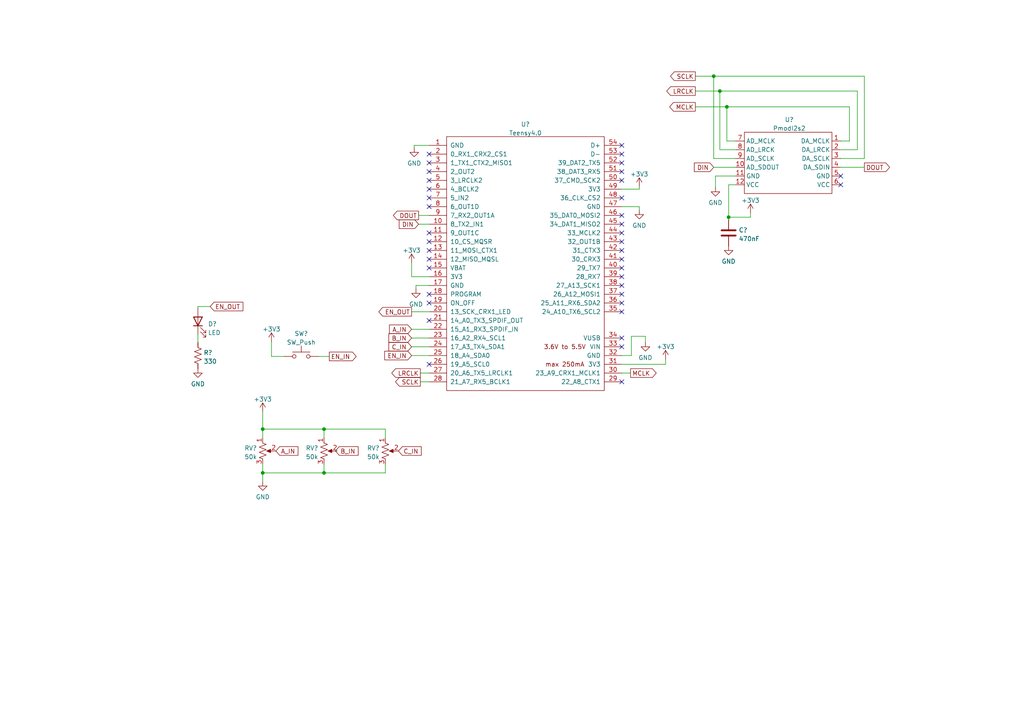
<source format=kicad_sch>
(kicad_sch (version 20211123) (generator eeschema)
  (paper "A4")
  (lib_symbols
    (symbol "Device:C" (pin_numbers hide) (pin_names (offset 0.254))
      (property "Reference" "C" (at 0.635 2.54 0))
      (property "Value" "C" (at 0.635 -2.54 0))
      (symbol "C_0_1"
        (polyline (pts (xy -2.032 -0.762) (xy 2.032 -0.762)) (stroke (width 0.508)))
        (polyline (pts (xy -2.032 0.762) (xy 2.032 0.762)) (stroke (width 0.508)))
      )
      (symbol "C_1_1"
        (pin passive line (at 0 3.81 270) (length 2.794) (name "~") (number "1"))
        (pin passive line (at 0 -3.81 90) (length 2.794) (name "~") (number "2"))
      )
    )
    (symbol "Device:LED" (pin_numbers hide) (pin_names (offset 1.016) hide)
      (property "Reference" "D" (at 0 2.54 0))
      (property "Value" "LED" (at 0 -2.54 0))
      (symbol "LED_0_1"
        (polyline (pts (xy -1.27 -1.27) (xy -1.27 1.27)) (stroke (width 0.254)))
        (polyline (pts (xy -1.27 0) (xy 1.27 0)))
        (polyline (pts (xy 1.27 -1.27) (xy 1.27 1.27) (xy -1.27 0) (xy 1.27 -1.27)) (stroke (width 0.254)))
        (polyline (pts (xy -3.048 -0.762) (xy -4.572 -2.286) (xy -3.81 -2.286) (xy -4.572 -2.286) (xy -4.572 -1.524)))
        (polyline (pts (xy -1.778 -0.762) (xy -3.302 -2.286) (xy -2.54 -2.286) (xy -3.302 -2.286) (xy -3.302 -1.524)))
      )
      (symbol "LED_1_1"
        (pin passive line (at -3.81 0 0) (length 2.54) (name "K") (number "1"))
        (pin passive line (at 3.81 0 180) (length 2.54) (name "A") (number "2"))
      )
    )
    (symbol "Device:R_Potentiometer_US" (pin_names (offset 1.016) hide)
      (property "Reference" "RV" (at -4.445 0 90))
      (property "Value" "R_Potentiometer_US" (at -2.54 0 90))
      (symbol "R_Potentiometer_US_0_1"
        (polyline (pts (xy 0 -2.286) (xy 0 -2.54)))
        (polyline (pts (xy 0 2.54) (xy 0 2.286)))
        (polyline (pts (xy 2.54 0) (xy 1.524 0)))
        (polyline (pts (xy 1.143 0) (xy 2.286 0.508) (xy 2.286 -0.508) (xy 1.143 0)) (fill (type outline)))
        (polyline (pts (xy 0 -0.762) (xy 1.016 -1.143) (xy 0 -1.524) (xy -1.016 -1.905) (xy 0 -2.286)))
        (polyline (pts (xy 0 0.762) (xy 1.016 0.381) (xy 0 0) (xy -1.016 -0.381) (xy 0 -0.762)))
        (polyline (pts (xy 0 2.286) (xy 1.016 1.905) (xy 0 1.524) (xy -1.016 1.143) (xy 0 0.762)))
      )
      (symbol "R_Potentiometer_US_1_1"
        (pin passive line (at 0 3.81 270) (length 1.27) (name "1") (number "1"))
        (pin passive line (at 3.81 0 180) (length 1.27) (name "2") (number "2"))
        (pin passive line (at 0 -3.81 90) (length 1.27) (name "3") (number "3"))
      )
    )
    (symbol "Device:R_US" (pin_numbers hide) (pin_names (offset 0))
      (property "Reference" "R" (at 2.54 0 90))
      (property "Value" "R_US" (at -2.54 0 90))
      (symbol "R_US_0_1"
        (polyline (pts (xy 0 -2.286) (xy 0 -2.54)))
        (polyline (pts (xy 0 2.286) (xy 0 2.54)))
        (polyline (pts (xy 0 -0.762) (xy 1.016 -1.143) (xy 0 -1.524) (xy -1.016 -1.905) (xy 0 -2.286)))
        (polyline (pts (xy 0 0.762) (xy 1.016 0.381) (xy 0 0) (xy -1.016 -0.381) (xy 0 -0.762)))
        (polyline (pts (xy 0 2.286) (xy 1.016 1.905) (xy 0 1.524) (xy -1.016 1.143) (xy 0 0.762)))
      )
      (symbol "R_US_1_1"
        (pin passive line (at 0 3.81 270) (length 1.27) (name "~") (number "1"))
        (pin passive line (at 0 -3.81 90) (length 1.27) (name "~") (number "2"))
      )
    )
    (symbol "GuitarFx:PmodI2s2"
      (property "Reference" "U" (at 0 11.684 0))
      (property "Value" "PmodI2s2" (at 0.254 -8.636 0))
      (symbol "PmodI2s2_0_1"
        (rectangle (start -12.7 10.16) (end 12.7 -7.62) (stroke (width 0.1524)))
      )
      (symbol "PmodI2s2_1_1"
        (pin output line (at 15.24 7.62 180) (length 2.54) (name "DA_MCLK") (number "1"))
        (pin output line (at -15.24 0 0) (length 2.54) (name "AD_SDOUT") (number "10"))
        (pin power_out line (at -15.24 -2.54 0) (length 2.54) (name "GND") (number "11"))
        (pin power_in line (at -15.24 -5.08 0) (length 2.54) (name "VCC") (number "12"))
        (pin output line (at 15.24 5.08 180) (length 2.54) (name "DA_LRCK") (number "2"))
        (pin output line (at 15.24 2.54 180) (length 2.54) (name "DA_SCLK") (number "3"))
        (pin output line (at 15.24 0 180) (length 2.54) (name "DA_SDIN") (number "4"))
        (pin power_out line (at 15.24 -2.54 180) (length 2.54) (name "GND") (number "5"))
        (pin power_in line (at 15.24 -5.08 180) (length 2.54) (name "VCC") (number "6"))
        (pin output line (at -15.24 7.62 0) (length 2.54) (name "AD_MCLK") (number "7"))
        (pin output line (at -15.24 5.08 0) (length 2.54) (name "AD_LRCK") (number "8"))
        (pin output line (at -15.24 2.54 0) (length 2.54) (name "AD_SCLK") (number "9"))
      )
    )
    (symbol "Switch:SW_Push" (pin_numbers hide) (pin_names (offset 1.016) hide)
      (property "Reference" "SW" (at 1.27 2.54 0))
      (property "Value" "SW_Push" (at 0 -1.524 0))
      (symbol "SW_Push_0_1"
        (circle (center -2.032 0) (radius 0.508))
        (polyline (pts (xy 0 1.27) (xy 0 3.048)))
        (polyline (pts (xy 2.54 1.27) (xy -2.54 1.27)))
        (circle (center 2.032 0) (radius 0.508))
        (pin passive line (at -5.08 0 0) (length 2.54) (name "1") (number "1"))
        (pin passive line (at 5.08 0 180) (length 2.54) (name "2") (number "2"))
      )
    )
    (symbol "power:+3V3" (power) (pin_names (offset 0))
      (property "Value" "+3V3" (at 0 3.556 0))
      (symbol "+3V3_0_1"
        (polyline (pts (xy -0.762 1.27) (xy 0 2.54)))
        (polyline (pts (xy 0 0) (xy 0 2.54)))
        (polyline (pts (xy 0 2.54) (xy 0.762 1.27)))
      )
      (symbol "+3V3_1_1"
        (pin power_in line (at 0 0 90) (length 0) hide (name "+3V3") (number "1"))
      )
    )
    (symbol "power:GND" (power) (pin_names (offset 0))
      (property "Value" "GND" (at 0 -3.81 0))
      (symbol "GND_0_1"
        (polyline (pts (xy 0 0) (xy 0 -1.27) (xy 1.27 -1.27) (xy 0 -2.54) (xy -1.27 -1.27) (xy 0 -1.27)))
      )
      (symbol "GND_1_1"
        (pin power_in line (at 0 0 270) (length 0) hide (name "GND") (number "1"))
      )
    )
    (symbol "teensy:Teensy4.0" (pin_names (offset 1.016))
      (property "Reference" "U" (at 0 39.37 0))
      (property "Value" "Teensy4.0" (at 0 -39.37 0))
      (symbol "Teensy4.0_0_0"
        (text "3.6V to 5.5V" (at 11.43 -24.13 0) (effects (font (size 1.27 1.27))))
        (text "max 250mA" (at 11.43 -29.21 0) (effects (font (size 1.27 1.27))))
        (pin bidirectional line (at -27.94 11.43 0) (length 5.08) (name "8_TX2_IN1") (number "10"))
        (pin bidirectional line (at -27.94 8.89 0) (length 5.08) (name "9_OUT1C") (number "11"))
        (pin bidirectional line (at -27.94 6.35 0) (length 5.08) (name "10_CS_MQSR") (number "12"))
        (pin bidirectional line (at -27.94 3.81 0) (length 5.08) (name "11_MOSI_CTX1") (number "13"))
        (pin bidirectional line (at -27.94 1.27 0) (length 5.08) (name "12_MISO_MQSL") (number "14"))
        (pin power_in line (at -27.94 -1.27 0) (length 5.08) (name "VBAT") (number "15"))
        (pin power_in line (at -27.94 -3.81 0) (length 5.08) (name "3V3") (number "16"))
        (pin power_in line (at -27.94 -6.35 0) (length 5.08) (name "GND") (number "17"))
        (pin input line (at -27.94 -8.89 0) (length 5.08) (name "PROGRAM") (number "18"))
        (pin input line (at -27.94 -11.43 0) (length 5.08) (name "ON_OFF") (number "19"))
        (pin bidirectional line (at -27.94 -13.97 0) (length 5.08) (name "13_SCK_CRX1_LED") (number "20"))
        (pin bidirectional line (at -27.94 -16.51 0) (length 5.08) (name "14_A0_TX3_SPDIF_OUT") (number "21"))
        (pin bidirectional line (at -27.94 -19.05 0) (length 5.08) (name "15_A1_RX3_SPDIF_IN") (number "22"))
        (pin bidirectional line (at -27.94 -21.59 0) (length 5.08) (name "16_A2_RX4_SCL1") (number "23"))
        (pin bidirectional line (at -27.94 -24.13 0) (length 5.08) (name "17_A3_TX4_SDA1") (number "24"))
        (pin bidirectional line (at -27.94 -26.67 0) (length 5.08) (name "18_A4_SDA0") (number "25"))
        (pin bidirectional line (at -27.94 -29.21 0) (length 5.08) (name "19_A5_SCL0") (number "26"))
        (pin bidirectional line (at -27.94 -31.75 0) (length 5.08) (name "20_A6_TX5_LRCLK1") (number "27"))
        (pin bidirectional line (at -27.94 -34.29 0) (length 5.08) (name "21_A7_RX5_BCLK1") (number "28"))
        (pin bidirectional line (at 27.94 -34.29 180) (length 5.08) (name "22_A8_CTX1") (number "29"))
        (pin bidirectional line (at 27.94 -31.75 180) (length 5.08) (name "23_A9_CRX1_MCLK1") (number "30"))
        (pin power_out line (at 27.94 -29.21 180) (length 5.08) (name "3V3") (number "31"))
        (pin power_in line (at 27.94 -26.67 180) (length 5.08) (name "GND") (number "32"))
        (pin power_in line (at 27.94 -24.13 180) (length 5.08) (name "VIN") (number "33"))
        (pin power_out line (at 27.94 -21.59 180) (length 5.08) (name "VUSB") (number "34"))
        (pin bidirectional line (at 27.94 -13.97 180) (length 5.08) (name "24_A10_TX6_SCL2") (number "35"))
        (pin bidirectional line (at 27.94 -11.43 180) (length 5.08) (name "25_A11_RX6_SDA2") (number "36"))
        (pin bidirectional line (at 27.94 -8.89 180) (length 5.08) (name "26_A12_MOSI1") (number "37"))
        (pin bidirectional line (at 27.94 -6.35 180) (length 5.08) (name "27_A13_SCK1") (number "38"))
        (pin bidirectional line (at 27.94 -3.81 180) (length 5.08) (name "28_RX7") (number "39"))
        (pin bidirectional line (at 27.94 -1.27 180) (length 5.08) (name "29_TX7") (number "40"))
        (pin bidirectional line (at 27.94 1.27 180) (length 5.08) (name "30_CRX3") (number "41"))
        (pin bidirectional line (at 27.94 3.81 180) (length 5.08) (name "31_CTX3") (number "42"))
        (pin bidirectional line (at 27.94 6.35 180) (length 5.08) (name "32_OUT1B") (number "43"))
        (pin bidirectional line (at 27.94 8.89 180) (length 5.08) (name "33_MCLK2") (number "44"))
        (pin bidirectional line (at 27.94 11.43 180) (length 5.08) (name "34_DAT1_MISO2") (number "45"))
        (pin bidirectional line (at 27.94 13.97 180) (length 5.08) (name "35_DAT0_MOSI2") (number "46"))
        (pin power_out line (at 27.94 16.51 180) (length 5.08) (name "GND") (number "47"))
        (pin bidirectional line (at 27.94 19.05 180) (length 5.08) (name "36_CLK_CS2") (number "48"))
        (pin power_out line (at 27.94 21.59 180) (length 5.08) (name "3V3") (number "49"))
        (pin bidirectional line (at -27.94 24.13 0) (length 5.08) (name "3_LRCLK2") (number "5"))
        (pin bidirectional line (at 27.94 24.13 180) (length 5.08) (name "37_CMD_SCK2") (number "50"))
        (pin bidirectional line (at 27.94 26.67 180) (length 5.08) (name "38_DAT3_RX5") (number "51"))
        (pin bidirectional line (at 27.94 29.21 180) (length 5.08) (name "39_DAT2_TX5") (number "52"))
        (pin bidirectional line (at 27.94 31.75 180) (length 5.08) (name "D-") (number "53"))
        (pin bidirectional line (at 27.94 34.29 180) (length 5.08) (name "D+") (number "54"))
        (pin bidirectional line (at -27.94 21.59 0) (length 5.08) (name "4_BCLK2") (number "6"))
        (pin bidirectional line (at -27.94 19.05 0) (length 5.08) (name "5_IN2") (number "7"))
        (pin bidirectional line (at -27.94 16.51 0) (length 5.08) (name "6_OUT1D") (number "8"))
        (pin bidirectional line (at -27.94 13.97 0) (length 5.08) (name "7_RX2_OUT1A") (number "9"))
      )
      (symbol "Teensy4.0_0_1"
        (rectangle (start -22.86 36.83) (end 22.86 -36.83))
        (rectangle (start -20.32 -31.75) (end -20.32 -31.75))
      )
      (symbol "Teensy4.0_1_1"
        (pin power_in line (at -27.94 34.29 0) (length 5.08) (name "GND") (number "1"))
        (pin bidirectional line (at -27.94 31.75 0) (length 5.08) (name "0_RX1_CRX2_CS1") (number "2"))
        (pin bidirectional line (at -27.94 29.21 0) (length 5.08) (name "1_TX1_CTX2_MISO1") (number "3"))
        (pin bidirectional line (at -27.94 26.67 0) (length 5.08) (name "2_OUT2") (number "4"))
      )
    )
  )
  (junction (at 210.82 30.988))
  (junction (at 207.01 22.098))
  (junction (at 93.98 137.16))
  (junction (at 208.788 26.416))
  (junction (at 211.328 62.992))
  (junction (at 76.2 124.46))
  (junction (at 93.98 124.46))
  (junction (at 76.2 137.16))
  (no_connect (at 180.34 49.784))
  (no_connect (at 180.34 110.744))
  (no_connect (at 180.34 65.024))
  (no_connect (at 124.46 70.104))
  (no_connect (at 180.34 100.584))
  (no_connect (at 124.46 44.704))
  (no_connect (at 124.46 49.784))
  (no_connect (at 180.34 98.044))
  (no_connect (at 180.34 70.104))
  (no_connect (at 124.46 47.244))
  (no_connect (at 180.34 90.424))
  (no_connect (at 243.84 51.054))
  (no_connect (at 180.34 57.404))
  (no_connect (at 180.34 72.644))
  (no_connect (at 180.34 67.564))
  (no_connect (at 180.34 87.884))
  (no_connect (at 124.46 54.864))
  (no_connect (at 180.34 42.164))
  (no_connect (at 124.46 85.344))
  (no_connect (at 124.46 92.964))
  (no_connect (at 180.34 85.344))
  (no_connect (at 124.46 72.644))
  (no_connect (at 124.46 59.944))
  (no_connect (at 180.34 44.704))
  (no_connect (at 180.34 75.184))
  (no_connect (at 124.46 87.884))
  (no_connect (at 180.34 47.244))
  (no_connect (at 180.34 80.264))
  (no_connect (at 124.46 57.404))
  (no_connect (at 124.46 77.724))
  (no_connect (at 243.84 53.594))
  (no_connect (at 180.34 77.724))
  (no_connect (at 180.34 52.324))
  (no_connect (at 124.46 75.184))
  (no_connect (at 180.34 62.484))
  (no_connect (at 124.46 52.324))
  (no_connect (at 124.46 67.564))
  (no_connect (at 180.34 82.804))
  (no_connect (at 124.46 105.664))
  (wire (pts (xy 183.134 103.124) (xy 183.134 97.536)))
  (wire (pts (xy 180.34 108.204) (xy 182.88 108.204)))
  (wire (pts (xy 185.42 54.864) (xy 185.42 54.102)))
  (wire (pts (xy 95.504 103.378) (xy 92.456 103.378)))
  (wire (pts (xy 111.76 134.62) (xy 111.76 137.16)))
  (wire (pts (xy 121.412 65.024) (xy 124.46 65.024)))
  (wire (pts (xy 208.788 43.434) (xy 213.36 43.434)))
  (wire (pts (xy 243.84 43.434) (xy 248.666 43.434)))
  (wire (pts (xy 210.82 40.894) (xy 210.82 30.988)))
  (wire (pts (xy 121.92 110.744) (xy 124.46 110.744)))
  (wire (pts (xy 78.74 103.378) (xy 82.296 103.378)))
  (wire (pts (xy 119.38 100.584) (xy 124.46 100.584)))
  (wire (pts (xy 119.38 80.264) (xy 124.46 80.264)))
  (wire (pts (xy 119.38 90.424) (xy 124.46 90.424)))
  (wire (pts (xy 211.328 53.594) (xy 211.328 62.992)))
  (wire (pts (xy 250.698 45.974) (xy 243.84 45.974)))
  (wire (pts (xy 78.74 99.06) (xy 78.74 103.378)))
  (wire (pts (xy 183.134 97.536) (xy 187.198 97.536)))
  (wire (pts (xy 243.84 48.514) (xy 250.698 48.514)))
  (wire (pts (xy 211.328 62.992) (xy 211.328 63.754)))
  (wire (pts (xy 120.65 82.804) (xy 124.46 82.804)))
  (wire (pts (xy 250.698 22.098) (xy 250.698 45.974)))
  (wire (pts (xy 76.2 124.46) (xy 76.2 127)))
  (wire (pts (xy 248.666 43.434) (xy 248.666 26.416)))
  (wire (pts (xy 111.76 137.16) (xy 93.98 137.16)))
  (wire (pts (xy 119.38 98.044) (xy 124.46 98.044)))
  (wire (pts (xy 180.34 103.124) (xy 183.134 103.124)))
  (wire (pts (xy 120.142 42.164) (xy 120.142 42.926)))
  (wire (pts (xy 93.98 134.62) (xy 93.98 137.16)))
  (wire (pts (xy 93.98 127) (xy 93.98 124.46)))
  (wire (pts (xy 111.76 124.46) (xy 93.98 124.46)))
  (wire (pts (xy 213.36 53.594) (xy 211.328 53.594)))
  (wire (pts (xy 97.79 130.81) (xy 97.282 130.81)))
  (wire (pts (xy 76.2 134.62) (xy 76.2 137.16)))
  (wire (pts (xy 211.328 62.992) (xy 217.678 62.992)))
  (wire (pts (xy 210.82 30.988) (xy 246.38 30.988)))
  (wire (pts (xy 180.34 54.864) (xy 185.42 54.864)))
  (wire (pts (xy 187.198 97.536) (xy 187.198 99.314)))
  (wire (pts (xy 180.34 59.944) (xy 185.42 59.944)))
  (wire (pts (xy 76.2 137.16) (xy 93.98 137.16)))
  (wire (pts (xy 76.2 137.16) (xy 76.2 139.7)))
  (wire (pts (xy 193.04 105.664) (xy 193.04 104.14)))
  (wire (pts (xy 124.46 42.164) (xy 120.142 42.164)))
  (wire (pts (xy 208.788 26.416) (xy 208.788 43.434)))
  (wire (pts (xy 207.518 54.356) (xy 207.518 51.054)))
  (wire (pts (xy 207.518 51.054) (xy 213.36 51.054)))
  (wire (pts (xy 217.678 62.992) (xy 217.678 61.722)))
  (wire (pts (xy 201.676 30.988) (xy 210.82 30.988)))
  (wire (pts (xy 185.42 59.944) (xy 185.42 60.96)))
  (wire (pts (xy 119.38 95.504) (xy 124.46 95.504)))
  (wire (pts (xy 246.38 30.988) (xy 246.38 40.894)))
  (wire (pts (xy 57.404 88.9) (xy 60.96 88.9)))
  (wire (pts (xy 121.92 108.204) (xy 124.46 108.204)))
  (wire (pts (xy 201.676 22.098) (xy 207.01 22.098)))
  (wire (pts (xy 57.404 99.314) (xy 57.404 97.028)))
  (wire (pts (xy 111.76 127) (xy 111.76 124.46)))
  (wire (pts (xy 201.676 26.416) (xy 208.788 26.416)))
  (wire (pts (xy 119.38 76.2) (xy 119.38 80.264)))
  (wire (pts (xy 213.36 40.894) (xy 210.82 40.894)))
  (wire (pts (xy 57.404 89.408) (xy 57.404 88.9)))
  (wire (pts (xy 246.38 40.894) (xy 243.84 40.894)))
  (wire (pts (xy 120.65 83.82) (xy 120.65 82.804)))
  (wire (pts (xy 119.38 103.124) (xy 124.46 103.124)))
  (wire (pts (xy 121.412 62.484) (xy 124.46 62.484)))
  (wire (pts (xy 180.34 105.664) (xy 193.04 105.664)))
  (wire (pts (xy 207.01 22.098) (xy 207.01 45.974)))
  (wire (pts (xy 207.01 22.098) (xy 250.698 22.098)))
  (wire (pts (xy 76.2 119.38) (xy 76.2 124.46)))
  (wire (pts (xy 207.01 48.514) (xy 213.36 48.514)))
  (wire (pts (xy 213.36 45.974) (xy 207.01 45.974)))
  (wire (pts (xy 76.2 124.46) (xy 93.98 124.46)))
  (wire (pts (xy 248.666 26.416) (xy 208.788 26.416)))
  (global_label "EN_OUT" (shape input) (at 60.96 88.9 0) (property "Intersheet References" "${INTERSHEET_REFS}" (effects hide)))
  (global_label "C_IN" (shape input) (at 115.57 130.81 0) (property "Intersheet References" "${INTERSHEET_REFS}" (effects hide)))
  (global_label "MCLK" (shape output) (at 182.88 108.204 0) (property "Intersheet References" "${INTERSHEET_REFS}" (effects hide)))
  (global_label "B_IN" (shape input) (at 97.282 130.81 0) (property "Intersheet References" "${INTERSHEET_REFS}" (effects hide)))
  (global_label "B_IN" (shape input) (at 119.38 98.044 180) (property "Intersheet References" "${INTERSHEET_REFS}" (effects hide)))
  (global_label "A_IN" (shape input) (at 119.38 95.504 180) (property "Intersheet References" "${INTERSHEET_REFS}" (effects hide)))
  (global_label "MCLK" (shape output) (at 201.676 30.988 180) (property "Intersheet References" "${INTERSHEET_REFS}" (effects hide)))
  (global_label "EN_IN" (shape output) (at 95.504 103.378 0) (property "Intersheet References" "${INTERSHEET_REFS}" (effects hide)))
  (global_label "EN_IN" (shape input) (at 119.38 103.124 180) (property "Intersheet References" "${INTERSHEET_REFS}" (effects hide)))
  (global_label "DOUT" (shape output) (at 121.412 62.484 180) (property "Intersheet References" "${INTERSHEET_REFS}" (effects hide)))
  (global_label "SCLK" (shape output) (at 201.676 22.098 180) (property "Intersheet References" "${INTERSHEET_REFS}" (effects hide)))
  (global_label "C_IN" (shape input) (at 119.38 100.584 180) (property "Intersheet References" "${INTERSHEET_REFS}" (effects hide)))
  (global_label "A_IN" (shape input) (at 80.01 130.81 0) (property "Intersheet References" "${INTERSHEET_REFS}" (effects hide)))
  (global_label "DIN" (shape input) (at 207.01 48.514 180) (property "Intersheet References" "${INTERSHEET_REFS}" (effects hide)))
  (global_label "SCLK" (shape output) (at 121.92 110.744 180) (property "Intersheet References" "${INTERSHEET_REFS}" (effects hide)))
  (global_label "DOUT" (shape output) (at 250.698 48.514 0) (property "Intersheet References" "${INTERSHEET_REFS}" (effects hide)))
  (global_label "LRCLK" (shape output) (at 121.92 108.204 180) (property "Intersheet References" "${INTERSHEET_REFS}" (effects hide)))
  (global_label "LRCLK" (shape output) (at 201.676 26.416 180) (property "Intersheet References" "${INTERSHEET_REFS}" (effects hide)))
  (global_label "DIN" (shape input) (at 121.412 65.024 180) (property "Intersheet References" "${INTERSHEET_REFS}" (effects hide)))
  (global_label "EN_OUT" (shape output) (at 119.38 90.424 180) (property "Intersheet References" "${INTERSHEET_REFS}" (effects hide)))
  (symbol (lib_id "Device:R_Potentiometer_US") (at 93.98 130.81 0) (unit 1)
    (property "Reference" "RV?" (at 92.3291 129.9753 0) (effects (justify right)))
    (property "Value" "50k" (at 92.3291 132.5122 0) (effects (justify right)))
  )
  (symbol (lib_id "power:+3V3") (at 185.42 54.102 0) (unit 1)
    (property "Reference" "#PWR?" (effects hide))
    (property "Value" "+3V3" (at 185.42 50.5262 0))
  )
  (symbol (lib_id "power:GND") (at 57.404 106.934 0) (unit 1)
    (property "Reference" "#PWR?" (effects hide))
    (property "Value" "GND" (at 57.404 111.3774 0))
  )
  (symbol (lib_id "Device:LED") (at 57.404 93.218 90) (unit 1)
    (property "Reference" "D?" (at 60.325 93.9708 90) (effects (justify right)))
    (property "Value" "LED" (at 60.325 96.5077 90) (effects (justify right)))
  )
  (symbol (lib_id "power:GND") (at 120.65 83.82 0) (unit 1)
    (property "Reference" "#PWR?" (effects hide))
    (property "Value" "GND" (at 120.65 88.2634 0))
  )
  (symbol (lib_id "power:+3V3") (at 76.2 119.38 0) (unit 1)
    (property "Reference" "#PWR?" (effects hide))
    (property "Value" "+3V3" (at 76.2 115.8042 0))
  )
  (symbol (lib_id "Switch:SW_Push") (at 87.376 103.378 0) (unit 1)
    (property "Reference" "SW?" (at 87.376 96.7572 0))
    (property "Value" "SW_Push" (at 87.376 99.2941 0))
  )
  (symbol (lib_id "power:+3V3") (at 217.678 61.722 0) (unit 1)
    (property "Reference" "#PWR?" (effects hide))
    (property "Value" "+3V3" (at 217.678 58.1462 0))
  )
  (symbol (lib_id "GuitarFx:PmodI2s2") (at 228.6 48.514 0) (unit 1)
    (property "Reference" "U?" (at 228.9175 34.705 0))
    (property "Value" "PmodI2s2" (at 228.9175 37.2419 0))
  )
  (symbol (lib_id "power:GND") (at 207.518 54.356 0) (unit 1)
    (property "Reference" "#PWR?" (effects hide))
    (property "Value" "GND" (at 207.518 58.7994 0))
  )
  (symbol (lib_id "power:GND") (at 76.2 139.7 0) (unit 1)
    (property "Reference" "#PWR?" (effects hide))
    (property "Value" "GND" (at 76.2 144.1434 0))
  )
  (symbol (lib_id "Device:R_Potentiometer_US") (at 76.2 130.81 0) (unit 1)
    (property "Reference" "RV?" (at 74.5491 129.9753 0) (effects (justify right)))
    (property "Value" "50k" (at 74.5491 132.5122 0) (effects (justify right)))
  )
  (symbol (lib_id "Device:R_Potentiometer_US") (at 111.76 130.81 0) (unit 1)
    (property "Reference" "RV?" (at 110.1091 129.9753 0) (effects (justify right)))
    (property "Value" "50k" (at 110.1091 132.5122 0) (effects (justify right)))
  )
  (symbol (lib_id "power:GND") (at 120.142 42.926 0) (unit 1)
    (property "Reference" "#PWR?" (effects hide))
    (property "Value" "GND" (at 120.142 47.3694 0))
  )
  (symbol (lib_id "power:+3V3") (at 78.74 99.06 0) (unit 1)
    (property "Reference" "#PWR?" (effects hide))
    (property "Value" "+3V3" (at 78.74 95.4842 0))
  )
  (symbol (lib_id "Device:C") (at 211.328 67.564 0) (unit 1)
    (property "Reference" "C?" (at 214.249 66.7293 0) (effects (justify left)))
    (property "Value" "470nF" (at 214.249 69.2662 0) (effects (justify left)))
  )
  (symbol (lib_id "power:+3V3") (at 193.04 104.14 0) (unit 1)
    (property "Reference" "#PWR?" (effects hide))
    (property "Value" "+3V3" (at 193.04 100.5642 0))
  )
  (symbol (lib_id "teensy:Teensy4.0") (at 152.4 76.454 0) (unit 1)
    (property "Reference" "U?" (at 152.4 36.0512 0))
    (property "Value" "Teensy4.0" (at 152.4 38.5881 0))
  )
  (symbol (lib_id "power:GND") (at 185.42 60.96 0) (unit 1)
    (property "Reference" "#PWR?" (effects hide))
    (property "Value" "GND" (at 185.42 65.4034 0))
  )
  (symbol (lib_id "Device:R_US") (at 57.404 103.124 0) (unit 1)
    (property "Reference" "R?" (at 59.055 102.2893 0) (effects (justify left)))
    (property "Value" "330" (at 59.055 104.8262 0) (effects (justify left)))
  )
  (symbol (lib_id "power:+3V3") (at 119.38 76.2 0) (unit 1)
    (property "Reference" "#PWR?" (effects hide))
    (property "Value" "+3V3" (at 119.38 72.6242 0))
  )
  (symbol (lib_id "power:GND") (at 187.198 99.314 0) (unit 1)
    (property "Reference" "#PWR?" (effects hide))
    (property "Value" "GND" (at 187.198 103.7574 0))
  )
  (symbol (lib_id "power:GND") (at 211.328 71.374 0) (unit 1)
    (property "Reference" "#PWR?" (effects hide))
    (property "Value" "GND" (at 211.328 75.8174 0))
  )
)
</source>
